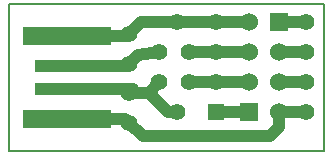
<source format=gtl>
G04 (created by PCBNEW-RS274X (2012-apr-16-27)-stable) date Fri 30 Aug 2013 09:54:41 AM IST*
G01*
G70*
G90*
%MOIN*%
G04 Gerber Fmt 3.4, Leading zero omitted, Abs format*
%FSLAX34Y34*%
G04 APERTURE LIST*
%ADD10C,0.006000*%
%ADD11C,0.007100*%
%ADD12C,0.007200*%
%ADD13R,0.295200X0.059000*%
%ADD14R,0.255900X0.039300*%
%ADD15C,0.055000*%
%ADD16R,0.055000X0.055000*%
%ADD17R,0.060000X0.060000*%
%ADD18C,0.060000*%
%ADD19C,0.039400*%
%ADD20C,0.031500*%
G04 APERTURE END LIST*
G54D10*
G54D11*
X34000Y-43200D02*
X34000Y-38300D01*
G54D12*
X44500Y-43200D02*
X34000Y-43200D01*
X44500Y-38300D02*
X44500Y-43200D01*
X34000Y-38300D02*
X44500Y-38300D01*
G54D13*
X35922Y-42127D03*
X35922Y-39373D03*
G54D14*
X36118Y-41143D03*
X36118Y-40357D03*
G54D15*
X38000Y-42250D03*
X38000Y-41250D03*
G54D16*
X40900Y-41900D03*
G54D15*
X40900Y-40900D03*
X40900Y-39900D03*
X40900Y-38900D03*
X43900Y-38900D03*
X43900Y-39900D03*
X43900Y-40900D03*
X43900Y-41900D03*
G54D17*
X43000Y-38900D03*
G54D18*
X43000Y-39900D03*
X43000Y-40900D03*
X43000Y-41900D03*
G54D17*
X42000Y-41900D03*
G54D18*
X42000Y-40900D03*
X42000Y-39900D03*
X42000Y-38900D03*
G54D15*
X39000Y-40900D03*
X40000Y-40900D03*
X39000Y-39900D03*
X40000Y-39900D03*
X38000Y-39300D03*
X38000Y-40300D03*
X39600Y-38900D03*
X39600Y-41900D03*
G54D19*
X37877Y-42127D02*
X38000Y-42250D01*
X43000Y-41900D02*
X43900Y-41900D01*
X43000Y-41900D02*
X43000Y-42400D01*
X38450Y-42700D02*
X38000Y-42250D01*
X42700Y-42700D02*
X38450Y-42700D01*
X43000Y-42400D02*
X42700Y-42700D01*
X35922Y-42127D02*
X37877Y-42127D01*
X39000Y-39900D02*
X38300Y-40000D01*
X38300Y-40000D02*
X38000Y-40300D01*
G54D20*
X37893Y-40357D02*
X38000Y-40300D01*
G54D19*
X36118Y-40357D02*
X37893Y-40357D01*
G54D20*
X38143Y-41143D02*
X38000Y-41250D01*
G54D19*
X38650Y-41250D02*
X39000Y-40900D01*
X36118Y-41143D02*
X38143Y-41143D01*
X38000Y-41250D02*
X38650Y-41250D01*
X39600Y-41900D02*
X39300Y-41900D01*
X39300Y-41900D02*
X38650Y-41250D01*
X35922Y-39373D02*
X37877Y-39373D01*
X37877Y-39373D02*
X38000Y-39300D01*
X40900Y-38900D02*
X42000Y-38900D01*
X40900Y-38900D02*
X39600Y-38900D01*
X38400Y-38900D02*
X38000Y-39300D01*
X39600Y-38900D02*
X38400Y-38900D01*
X43000Y-40900D02*
X43900Y-40900D01*
X40000Y-40900D02*
X40900Y-40900D01*
X40900Y-40900D02*
X42000Y-40900D01*
X40900Y-41900D02*
X42000Y-41900D01*
X43000Y-39900D02*
X43900Y-39900D01*
X43000Y-38900D02*
X43900Y-38900D01*
X40000Y-39900D02*
X40900Y-39900D01*
X40900Y-39900D02*
X42000Y-39900D01*
M02*

</source>
